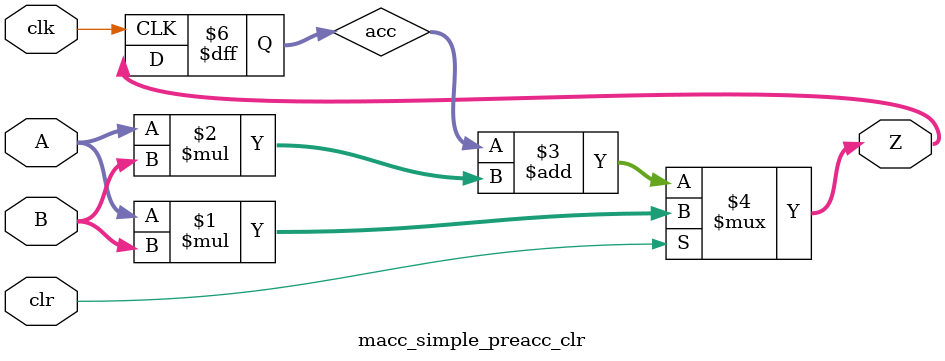
<source format=v>

module macc_simple (
    input  wire        clk,
    input  wire [ 7:0] A,
    input  wire [ 7:0] B,
    output reg  [15:0] Z
);

    always @(posedge clk)
        Z <= Z + (A * B);

endmodule

module macc_simple_clr (
    input  wire        clk,
    input  wire        clr,
    input  wire [ 7:0] A,
    input  wire [ 7:0] B,
    output reg  [15:0] Z
);

    always @(posedge clk)
        if (clr) Z <=     (A * B);
        else     Z <= Z + (A * B);

endmodule

module macc_simple_arst (
    input  wire        clk,
    input  wire        rst,
    input  wire [ 7:0] A,
    input  wire [ 7:0] B,
    output reg  [15:0] Z
);

    always @(posedge clk or posedge rst)
        if (rst) Z <= 0;
        else     Z <= Z + (A * B);

endmodule

module macc_simple_ena (
    input  wire        clk,
    input  wire        ena,
    input  wire [ 7:0] A,
    input  wire [ 7:0] B,
    output reg  [15:0] Z
);

    always @(posedge clk)
        if (ena) Z <= Z + (A * B);

endmodule

module macc_simple_arst_clr_ena (
    input  wire        clk,
    input  wire        rst,
    input  wire        clr,
    input  wire        ena,
    input  wire [ 7:0] A,
    input  wire [ 7:0] B,
    output reg  [15:0] Z
);

    always @(posedge clk or posedge rst)
        if (rst)     Z <= 0;
        else if (ena) begin
            if (clr) Z <=     (A * B);
            else     Z <= Z + (A * B);
        end

endmodule

module macc_simple_preacc (
    input  wire        clk,
    input  wire [ 7:0] A,
    input  wire [ 7:0] B,
    output wire [15:0] Z
);

    reg [15:0] acc;

    assign Z = acc + (A * B);

    always @(posedge clk)
        acc <= Z;

endmodule

module macc_simple_preacc_clr (
    input  wire        clk,
    input  wire        clr,
    input  wire [ 7:0] A,
    input  wire [ 7:0] B,
    output reg  [15:0] Z
);

    reg [15:0] acc;

    assign Z = (clr) ? (A * B) : (acc + (A * B));

    always @(posedge clk)
        acc <= Z;

endmodule


</source>
